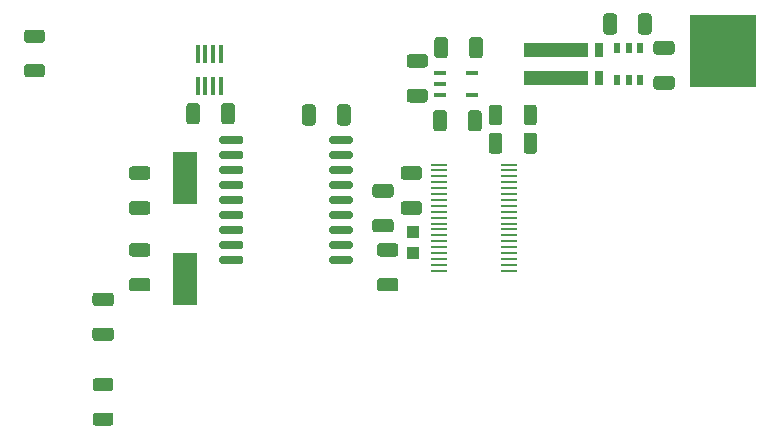
<source format=gbr>
%TF.GenerationSoftware,KiCad,Pcbnew,(5.1.9)-1*%
%TF.CreationDate,2021-05-20T13:27:56+02:00*%
%TF.ProjectId,PEE50-CurrentProtectionTemplate,50454535-302d-4437-9572-72656e745072,rev?*%
%TF.SameCoordinates,Original*%
%TF.FileFunction,Paste,Top*%
%TF.FilePolarity,Positive*%
%FSLAX46Y46*%
G04 Gerber Fmt 4.6, Leading zero omitted, Abs format (unit mm)*
G04 Created by KiCad (PCBNEW (5.1.9)-1) date 2021-05-20 13:27:56*
%MOMM*%
%LPD*%
G01*
G04 APERTURE LIST*
%ADD10R,5.700000X6.200000*%
%ADD11R,1.404099X0.279400*%
%ADD12R,2.000000X4.500000*%
%ADD13R,5.410200X1.193800*%
%ADD14R,0.711200X1.193800*%
%ADD15R,1.100000X1.050000*%
%ADD16R,0.400000X1.560000*%
%ADD17R,0.558000X0.972299*%
%ADD18R,0.977900X0.457200*%
G04 APERTURE END LIST*
D10*
%TO.C,Q1*%
X74700000Y-24783333D03*
%TD*%
D11*
%TO.C,U2*%
X56549948Y-34399999D03*
X56549948Y-34900000D03*
X56549948Y-35399999D03*
X56549948Y-35900001D03*
X56549948Y-36400000D03*
X56549948Y-36899999D03*
X56549948Y-37400000D03*
X56549948Y-37899999D03*
X56549948Y-38399998D03*
X56549948Y-38900000D03*
X56549948Y-39399999D03*
X56549948Y-39900001D03*
X56549948Y-40400000D03*
X56549948Y-40899999D03*
X56549948Y-41400000D03*
X56549948Y-41899999D03*
X56549948Y-42400001D03*
X56549948Y-42900000D03*
X56549948Y-43399999D03*
X50650052Y-43400001D03*
X50650052Y-42900000D03*
X50650052Y-42400001D03*
X50650052Y-41899999D03*
X50650052Y-41400000D03*
X50650052Y-40900001D03*
X50650052Y-40400000D03*
X50650052Y-39900001D03*
X50650052Y-39399999D03*
X50650052Y-38900000D03*
X50650052Y-38400001D03*
X50650052Y-37899999D03*
X50650052Y-37400000D03*
X50650052Y-36899999D03*
X50650052Y-36400000D03*
X50650052Y-35900001D03*
X50650052Y-35399999D03*
X50650052Y-34900000D03*
X50650052Y-34400001D03*
%TD*%
%TO.C,R4*%
G36*
G01*
X54875000Y-30825001D02*
X54875000Y-29574999D01*
G75*
G02*
X55124999Y-29325000I249999J0D01*
G01*
X55750001Y-29325000D01*
G75*
G02*
X56000000Y-29574999I0J-249999D01*
G01*
X56000000Y-30825001D01*
G75*
G02*
X55750001Y-31075000I-249999J0D01*
G01*
X55124999Y-31075000D01*
G75*
G02*
X54875000Y-30825001I0J249999D01*
G01*
G37*
G36*
G01*
X57800000Y-30825001D02*
X57800000Y-29574999D01*
G75*
G02*
X58049999Y-29325000I249999J0D01*
G01*
X58675001Y-29325000D01*
G75*
G02*
X58925000Y-29574999I0J-249999D01*
G01*
X58925000Y-30825001D01*
G75*
G02*
X58675001Y-31075000I-249999J0D01*
G01*
X58049999Y-31075000D01*
G75*
G02*
X57800000Y-30825001I0J249999D01*
G01*
G37*
%TD*%
%TO.C,C14*%
G36*
G01*
X57800000Y-33250001D02*
X57800000Y-31949999D01*
G75*
G02*
X58049999Y-31700000I249999J0D01*
G01*
X58700001Y-31700000D01*
G75*
G02*
X58950000Y-31949999I0J-249999D01*
G01*
X58950000Y-33250001D01*
G75*
G02*
X58700001Y-33500000I-249999J0D01*
G01*
X58049999Y-33500000D01*
G75*
G02*
X57800000Y-33250001I0J249999D01*
G01*
G37*
G36*
G01*
X54850000Y-33250001D02*
X54850000Y-31949999D01*
G75*
G02*
X55099999Y-31700000I249999J0D01*
G01*
X55750001Y-31700000D01*
G75*
G02*
X56000000Y-31949999I0J-249999D01*
G01*
X56000000Y-33250001D01*
G75*
G02*
X55750001Y-33500000I-249999J0D01*
G01*
X55099999Y-33500000D01*
G75*
G02*
X54850000Y-33250001I0J249999D01*
G01*
G37*
%TD*%
D12*
%TO.C,Y2*%
X29100000Y-35550000D03*
X29100000Y-44050000D03*
%TD*%
D13*
%TO.C,R2*%
X60577700Y-27106500D03*
D14*
X64171800Y-27106500D03*
X64171800Y-24693500D03*
D13*
X60577700Y-24693500D03*
%TD*%
D15*
%TO.C,Y1*%
X48400000Y-41925000D03*
X48400000Y-40075000D03*
%TD*%
D16*
%TO.C,U5*%
X30220000Y-25050000D03*
X30870000Y-25050000D03*
X31530000Y-25050000D03*
X32180000Y-25050000D03*
X32180000Y-27750000D03*
X31530000Y-27750000D03*
X30870000Y-27750000D03*
X30220000Y-27750000D03*
%TD*%
%TO.C,U4*%
G36*
G01*
X41325000Y-32470000D02*
X41325000Y-32170000D01*
G75*
G02*
X41475000Y-32020000I150000J0D01*
G01*
X43225000Y-32020000D01*
G75*
G02*
X43375000Y-32170000I0J-150000D01*
G01*
X43375000Y-32470000D01*
G75*
G02*
X43225000Y-32620000I-150000J0D01*
G01*
X41475000Y-32620000D01*
G75*
G02*
X41325000Y-32470000I0J150000D01*
G01*
G37*
G36*
G01*
X41325000Y-33740000D02*
X41325000Y-33440000D01*
G75*
G02*
X41475000Y-33290000I150000J0D01*
G01*
X43225000Y-33290000D01*
G75*
G02*
X43375000Y-33440000I0J-150000D01*
G01*
X43375000Y-33740000D01*
G75*
G02*
X43225000Y-33890000I-150000J0D01*
G01*
X41475000Y-33890000D01*
G75*
G02*
X41325000Y-33740000I0J150000D01*
G01*
G37*
G36*
G01*
X41325000Y-35010000D02*
X41325000Y-34710000D01*
G75*
G02*
X41475000Y-34560000I150000J0D01*
G01*
X43225000Y-34560000D01*
G75*
G02*
X43375000Y-34710000I0J-150000D01*
G01*
X43375000Y-35010000D01*
G75*
G02*
X43225000Y-35160000I-150000J0D01*
G01*
X41475000Y-35160000D01*
G75*
G02*
X41325000Y-35010000I0J150000D01*
G01*
G37*
G36*
G01*
X41325000Y-36280000D02*
X41325000Y-35980000D01*
G75*
G02*
X41475000Y-35830000I150000J0D01*
G01*
X43225000Y-35830000D01*
G75*
G02*
X43375000Y-35980000I0J-150000D01*
G01*
X43375000Y-36280000D01*
G75*
G02*
X43225000Y-36430000I-150000J0D01*
G01*
X41475000Y-36430000D01*
G75*
G02*
X41325000Y-36280000I0J150000D01*
G01*
G37*
G36*
G01*
X41325000Y-37550000D02*
X41325000Y-37250000D01*
G75*
G02*
X41475000Y-37100000I150000J0D01*
G01*
X43225000Y-37100000D01*
G75*
G02*
X43375000Y-37250000I0J-150000D01*
G01*
X43375000Y-37550000D01*
G75*
G02*
X43225000Y-37700000I-150000J0D01*
G01*
X41475000Y-37700000D01*
G75*
G02*
X41325000Y-37550000I0J150000D01*
G01*
G37*
G36*
G01*
X41325000Y-38820000D02*
X41325000Y-38520000D01*
G75*
G02*
X41475000Y-38370000I150000J0D01*
G01*
X43225000Y-38370000D01*
G75*
G02*
X43375000Y-38520000I0J-150000D01*
G01*
X43375000Y-38820000D01*
G75*
G02*
X43225000Y-38970000I-150000J0D01*
G01*
X41475000Y-38970000D01*
G75*
G02*
X41325000Y-38820000I0J150000D01*
G01*
G37*
G36*
G01*
X41325000Y-40090000D02*
X41325000Y-39790000D01*
G75*
G02*
X41475000Y-39640000I150000J0D01*
G01*
X43225000Y-39640000D01*
G75*
G02*
X43375000Y-39790000I0J-150000D01*
G01*
X43375000Y-40090000D01*
G75*
G02*
X43225000Y-40240000I-150000J0D01*
G01*
X41475000Y-40240000D01*
G75*
G02*
X41325000Y-40090000I0J150000D01*
G01*
G37*
G36*
G01*
X41325000Y-41360000D02*
X41325000Y-41060000D01*
G75*
G02*
X41475000Y-40910000I150000J0D01*
G01*
X43225000Y-40910000D01*
G75*
G02*
X43375000Y-41060000I0J-150000D01*
G01*
X43375000Y-41360000D01*
G75*
G02*
X43225000Y-41510000I-150000J0D01*
G01*
X41475000Y-41510000D01*
G75*
G02*
X41325000Y-41360000I0J150000D01*
G01*
G37*
G36*
G01*
X41325000Y-42630000D02*
X41325000Y-42330000D01*
G75*
G02*
X41475000Y-42180000I150000J0D01*
G01*
X43225000Y-42180000D01*
G75*
G02*
X43375000Y-42330000I0J-150000D01*
G01*
X43375000Y-42630000D01*
G75*
G02*
X43225000Y-42780000I-150000J0D01*
G01*
X41475000Y-42780000D01*
G75*
G02*
X41325000Y-42630000I0J150000D01*
G01*
G37*
G36*
G01*
X32025000Y-42630000D02*
X32025000Y-42330000D01*
G75*
G02*
X32175000Y-42180000I150000J0D01*
G01*
X33925000Y-42180000D01*
G75*
G02*
X34075000Y-42330000I0J-150000D01*
G01*
X34075000Y-42630000D01*
G75*
G02*
X33925000Y-42780000I-150000J0D01*
G01*
X32175000Y-42780000D01*
G75*
G02*
X32025000Y-42630000I0J150000D01*
G01*
G37*
G36*
G01*
X32025000Y-41360000D02*
X32025000Y-41060000D01*
G75*
G02*
X32175000Y-40910000I150000J0D01*
G01*
X33925000Y-40910000D01*
G75*
G02*
X34075000Y-41060000I0J-150000D01*
G01*
X34075000Y-41360000D01*
G75*
G02*
X33925000Y-41510000I-150000J0D01*
G01*
X32175000Y-41510000D01*
G75*
G02*
X32025000Y-41360000I0J150000D01*
G01*
G37*
G36*
G01*
X32025000Y-40090000D02*
X32025000Y-39790000D01*
G75*
G02*
X32175000Y-39640000I150000J0D01*
G01*
X33925000Y-39640000D01*
G75*
G02*
X34075000Y-39790000I0J-150000D01*
G01*
X34075000Y-40090000D01*
G75*
G02*
X33925000Y-40240000I-150000J0D01*
G01*
X32175000Y-40240000D01*
G75*
G02*
X32025000Y-40090000I0J150000D01*
G01*
G37*
G36*
G01*
X32025000Y-38820000D02*
X32025000Y-38520000D01*
G75*
G02*
X32175000Y-38370000I150000J0D01*
G01*
X33925000Y-38370000D01*
G75*
G02*
X34075000Y-38520000I0J-150000D01*
G01*
X34075000Y-38820000D01*
G75*
G02*
X33925000Y-38970000I-150000J0D01*
G01*
X32175000Y-38970000D01*
G75*
G02*
X32025000Y-38820000I0J150000D01*
G01*
G37*
G36*
G01*
X32025000Y-37550000D02*
X32025000Y-37250000D01*
G75*
G02*
X32175000Y-37100000I150000J0D01*
G01*
X33925000Y-37100000D01*
G75*
G02*
X34075000Y-37250000I0J-150000D01*
G01*
X34075000Y-37550000D01*
G75*
G02*
X33925000Y-37700000I-150000J0D01*
G01*
X32175000Y-37700000D01*
G75*
G02*
X32025000Y-37550000I0J150000D01*
G01*
G37*
G36*
G01*
X32025000Y-36280000D02*
X32025000Y-35980000D01*
G75*
G02*
X32175000Y-35830000I150000J0D01*
G01*
X33925000Y-35830000D01*
G75*
G02*
X34075000Y-35980000I0J-150000D01*
G01*
X34075000Y-36280000D01*
G75*
G02*
X33925000Y-36430000I-150000J0D01*
G01*
X32175000Y-36430000D01*
G75*
G02*
X32025000Y-36280000I0J150000D01*
G01*
G37*
G36*
G01*
X32025000Y-35010000D02*
X32025000Y-34710000D01*
G75*
G02*
X32175000Y-34560000I150000J0D01*
G01*
X33925000Y-34560000D01*
G75*
G02*
X34075000Y-34710000I0J-150000D01*
G01*
X34075000Y-35010000D01*
G75*
G02*
X33925000Y-35160000I-150000J0D01*
G01*
X32175000Y-35160000D01*
G75*
G02*
X32025000Y-35010000I0J150000D01*
G01*
G37*
G36*
G01*
X32025000Y-33740000D02*
X32025000Y-33440000D01*
G75*
G02*
X32175000Y-33290000I150000J0D01*
G01*
X33925000Y-33290000D01*
G75*
G02*
X34075000Y-33440000I0J-150000D01*
G01*
X34075000Y-33740000D01*
G75*
G02*
X33925000Y-33890000I-150000J0D01*
G01*
X32175000Y-33890000D01*
G75*
G02*
X32025000Y-33740000I0J150000D01*
G01*
G37*
G36*
G01*
X32025000Y-32470000D02*
X32025000Y-32170000D01*
G75*
G02*
X32175000Y-32020000I150000J0D01*
G01*
X33925000Y-32020000D01*
G75*
G02*
X34075000Y-32170000I0J-150000D01*
G01*
X34075000Y-32470000D01*
G75*
G02*
X33925000Y-32620000I-150000J0D01*
G01*
X32175000Y-32620000D01*
G75*
G02*
X32025000Y-32470000I0J150000D01*
G01*
G37*
%TD*%
D17*
%TO.C,U3*%
X67650001Y-27262451D03*
X66700000Y-27262451D03*
X65749999Y-27262451D03*
X65749999Y-24537549D03*
X66700000Y-24537549D03*
X67650001Y-24537549D03*
%TD*%
D18*
%TO.C,U1*%
X53465250Y-26650040D03*
X53465250Y-28549960D03*
X50734750Y-28549960D03*
X50734750Y-27600000D03*
X50734750Y-26650040D03*
%TD*%
%TO.C,R3*%
G36*
G01*
X15774999Y-25900000D02*
X17025001Y-25900000D01*
G75*
G02*
X17275000Y-26149999I0J-249999D01*
G01*
X17275000Y-26775001D01*
G75*
G02*
X17025001Y-27025000I-249999J0D01*
G01*
X15774999Y-27025000D01*
G75*
G02*
X15525000Y-26775001I0J249999D01*
G01*
X15525000Y-26149999D01*
G75*
G02*
X15774999Y-25900000I249999J0D01*
G01*
G37*
G36*
G01*
X15774999Y-22975000D02*
X17025001Y-22975000D01*
G75*
G02*
X17275000Y-23224999I0J-249999D01*
G01*
X17275000Y-23850001D01*
G75*
G02*
X17025001Y-24100000I-249999J0D01*
G01*
X15774999Y-24100000D01*
G75*
G02*
X15525000Y-23850001I0J249999D01*
G01*
X15525000Y-23224999D01*
G75*
G02*
X15774999Y-22975000I249999J0D01*
G01*
G37*
%TD*%
%TO.C,R1*%
G36*
G01*
X21574999Y-55400000D02*
X22825001Y-55400000D01*
G75*
G02*
X23075000Y-55649999I0J-249999D01*
G01*
X23075000Y-56275001D01*
G75*
G02*
X22825001Y-56525000I-249999J0D01*
G01*
X21574999Y-56525000D01*
G75*
G02*
X21325000Y-56275001I0J249999D01*
G01*
X21325000Y-55649999D01*
G75*
G02*
X21574999Y-55400000I249999J0D01*
G01*
G37*
G36*
G01*
X21574999Y-52475000D02*
X22825001Y-52475000D01*
G75*
G02*
X23075000Y-52724999I0J-249999D01*
G01*
X23075000Y-53350001D01*
G75*
G02*
X22825001Y-53600000I-249999J0D01*
G01*
X21574999Y-53600000D01*
G75*
G02*
X21325000Y-53350001I0J249999D01*
G01*
X21325000Y-52724999D01*
G75*
G02*
X21574999Y-52475000I249999J0D01*
G01*
G37*
%TD*%
%TO.C,C13*%
G36*
G01*
X30400000Y-29449999D02*
X30400000Y-30750001D01*
G75*
G02*
X30150001Y-31000000I-249999J0D01*
G01*
X29499999Y-31000000D01*
G75*
G02*
X29250000Y-30750001I0J249999D01*
G01*
X29250000Y-29449999D01*
G75*
G02*
X29499999Y-29200000I249999J0D01*
G01*
X30150001Y-29200000D01*
G75*
G02*
X30400000Y-29449999I0J-249999D01*
G01*
G37*
G36*
G01*
X33350000Y-29449999D02*
X33350000Y-30750001D01*
G75*
G02*
X33100001Y-31000000I-249999J0D01*
G01*
X32449999Y-31000000D01*
G75*
G02*
X32200000Y-30750001I0J249999D01*
G01*
X32200000Y-29449999D01*
G75*
G02*
X32449999Y-29200000I249999J0D01*
G01*
X33100001Y-29200000D01*
G75*
G02*
X33350000Y-29449999I0J-249999D01*
G01*
G37*
%TD*%
%TO.C,C12*%
G36*
G01*
X21549999Y-48200000D02*
X22850001Y-48200000D01*
G75*
G02*
X23100000Y-48449999I0J-249999D01*
G01*
X23100000Y-49100001D01*
G75*
G02*
X22850001Y-49350000I-249999J0D01*
G01*
X21549999Y-49350000D01*
G75*
G02*
X21300000Y-49100001I0J249999D01*
G01*
X21300000Y-48449999D01*
G75*
G02*
X21549999Y-48200000I249999J0D01*
G01*
G37*
G36*
G01*
X21549999Y-45250000D02*
X22850001Y-45250000D01*
G75*
G02*
X23100000Y-45499999I0J-249999D01*
G01*
X23100000Y-46150001D01*
G75*
G02*
X22850001Y-46400000I-249999J0D01*
G01*
X21549999Y-46400000D01*
G75*
G02*
X21300000Y-46150001I0J249999D01*
G01*
X21300000Y-45499999D01*
G75*
G02*
X21549999Y-45250000I249999J0D01*
G01*
G37*
%TD*%
%TO.C,C11*%
G36*
G01*
X42000000Y-30850001D02*
X42000000Y-29549999D01*
G75*
G02*
X42249999Y-29300000I249999J0D01*
G01*
X42900001Y-29300000D01*
G75*
G02*
X43150000Y-29549999I0J-249999D01*
G01*
X43150000Y-30850001D01*
G75*
G02*
X42900001Y-31100000I-249999J0D01*
G01*
X42249999Y-31100000D01*
G75*
G02*
X42000000Y-30850001I0J249999D01*
G01*
G37*
G36*
G01*
X39050000Y-30850001D02*
X39050000Y-29549999D01*
G75*
G02*
X39299999Y-29300000I249999J0D01*
G01*
X39950001Y-29300000D01*
G75*
G02*
X40200000Y-29549999I0J-249999D01*
G01*
X40200000Y-30850001D01*
G75*
G02*
X39950001Y-31100000I-249999J0D01*
G01*
X39299999Y-31100000D01*
G75*
G02*
X39050000Y-30850001I0J249999D01*
G01*
G37*
%TD*%
%TO.C,C9*%
G36*
G01*
X25950001Y-35700000D02*
X24649999Y-35700000D01*
G75*
G02*
X24400000Y-35450001I0J249999D01*
G01*
X24400000Y-34799999D01*
G75*
G02*
X24649999Y-34550000I249999J0D01*
G01*
X25950001Y-34550000D01*
G75*
G02*
X26200000Y-34799999I0J-249999D01*
G01*
X26200000Y-35450001D01*
G75*
G02*
X25950001Y-35700000I-249999J0D01*
G01*
G37*
G36*
G01*
X25950001Y-38650000D02*
X24649999Y-38650000D01*
G75*
G02*
X24400000Y-38400001I0J249999D01*
G01*
X24400000Y-37749999D01*
G75*
G02*
X24649999Y-37500000I249999J0D01*
G01*
X25950001Y-37500000D01*
G75*
G02*
X26200000Y-37749999I0J-249999D01*
G01*
X26200000Y-38400001D01*
G75*
G02*
X25950001Y-38650000I-249999J0D01*
G01*
G37*
%TD*%
%TO.C,C10*%
G36*
G01*
X70350001Y-25100000D02*
X69049999Y-25100000D01*
G75*
G02*
X68800000Y-24850001I0J249999D01*
G01*
X68800000Y-24199999D01*
G75*
G02*
X69049999Y-23950000I249999J0D01*
G01*
X70350001Y-23950000D01*
G75*
G02*
X70600000Y-24199999I0J-249999D01*
G01*
X70600000Y-24850001D01*
G75*
G02*
X70350001Y-25100000I-249999J0D01*
G01*
G37*
G36*
G01*
X70350001Y-28050000D02*
X69049999Y-28050000D01*
G75*
G02*
X68800000Y-27800001I0J249999D01*
G01*
X68800000Y-27149999D01*
G75*
G02*
X69049999Y-26900000I249999J0D01*
G01*
X70350001Y-26900000D01*
G75*
G02*
X70600000Y-27149999I0J-249999D01*
G01*
X70600000Y-27800001D01*
G75*
G02*
X70350001Y-28050000I-249999J0D01*
G01*
G37*
%TD*%
%TO.C,C7*%
G36*
G01*
X25950001Y-42200000D02*
X24649999Y-42200000D01*
G75*
G02*
X24400000Y-41950001I0J249999D01*
G01*
X24400000Y-41299999D01*
G75*
G02*
X24649999Y-41050000I249999J0D01*
G01*
X25950001Y-41050000D01*
G75*
G02*
X26200000Y-41299999I0J-249999D01*
G01*
X26200000Y-41950001D01*
G75*
G02*
X25950001Y-42200000I-249999J0D01*
G01*
G37*
G36*
G01*
X25950001Y-45150000D02*
X24649999Y-45150000D01*
G75*
G02*
X24400000Y-44900001I0J249999D01*
G01*
X24400000Y-44249999D01*
G75*
G02*
X24649999Y-44000000I249999J0D01*
G01*
X25950001Y-44000000D01*
G75*
G02*
X26200000Y-44249999I0J-249999D01*
G01*
X26200000Y-44900001D01*
G75*
G02*
X25950001Y-45150000I-249999J0D01*
G01*
G37*
%TD*%
%TO.C,C8*%
G36*
G01*
X65700000Y-21849999D02*
X65700000Y-23150001D01*
G75*
G02*
X65450001Y-23400000I-249999J0D01*
G01*
X64799999Y-23400000D01*
G75*
G02*
X64550000Y-23150001I0J249999D01*
G01*
X64550000Y-21849999D01*
G75*
G02*
X64799999Y-21600000I249999J0D01*
G01*
X65450001Y-21600000D01*
G75*
G02*
X65700000Y-21849999I0J-249999D01*
G01*
G37*
G36*
G01*
X68650000Y-21849999D02*
X68650000Y-23150001D01*
G75*
G02*
X68400001Y-23400000I-249999J0D01*
G01*
X67749999Y-23400000D01*
G75*
G02*
X67500000Y-23150001I0J249999D01*
G01*
X67500000Y-21849999D01*
G75*
G02*
X67749999Y-21600000I249999J0D01*
G01*
X68400001Y-21600000D01*
G75*
G02*
X68650000Y-21849999I0J-249999D01*
G01*
G37*
%TD*%
%TO.C,C6*%
G36*
G01*
X46550001Y-37200000D02*
X45249999Y-37200000D01*
G75*
G02*
X45000000Y-36950001I0J249999D01*
G01*
X45000000Y-36299999D01*
G75*
G02*
X45249999Y-36050000I249999J0D01*
G01*
X46550001Y-36050000D01*
G75*
G02*
X46800000Y-36299999I0J-249999D01*
G01*
X46800000Y-36950001D01*
G75*
G02*
X46550001Y-37200000I-249999J0D01*
G01*
G37*
G36*
G01*
X46550001Y-40150000D02*
X45249999Y-40150000D01*
G75*
G02*
X45000000Y-39900001I0J249999D01*
G01*
X45000000Y-39249999D01*
G75*
G02*
X45249999Y-39000000I249999J0D01*
G01*
X46550001Y-39000000D01*
G75*
G02*
X46800000Y-39249999I0J-249999D01*
G01*
X46800000Y-39900001D01*
G75*
G02*
X46550001Y-40150000I-249999J0D01*
G01*
G37*
%TD*%
%TO.C,C5*%
G36*
G01*
X45649999Y-44000000D02*
X46950001Y-44000000D01*
G75*
G02*
X47200000Y-44249999I0J-249999D01*
G01*
X47200000Y-44900001D01*
G75*
G02*
X46950001Y-45150000I-249999J0D01*
G01*
X45649999Y-45150000D01*
G75*
G02*
X45400000Y-44900001I0J249999D01*
G01*
X45400000Y-44249999D01*
G75*
G02*
X45649999Y-44000000I249999J0D01*
G01*
G37*
G36*
G01*
X45649999Y-41050000D02*
X46950001Y-41050000D01*
G75*
G02*
X47200000Y-41299999I0J-249999D01*
G01*
X47200000Y-41950001D01*
G75*
G02*
X46950001Y-42200000I-249999J0D01*
G01*
X45649999Y-42200000D01*
G75*
G02*
X45400000Y-41950001I0J249999D01*
G01*
X45400000Y-41299999D01*
G75*
G02*
X45649999Y-41050000I249999J0D01*
G01*
G37*
%TD*%
%TO.C,C4*%
G36*
G01*
X53200000Y-25150001D02*
X53200000Y-23849999D01*
G75*
G02*
X53449999Y-23600000I249999J0D01*
G01*
X54100001Y-23600000D01*
G75*
G02*
X54350000Y-23849999I0J-249999D01*
G01*
X54350000Y-25150001D01*
G75*
G02*
X54100001Y-25400000I-249999J0D01*
G01*
X53449999Y-25400000D01*
G75*
G02*
X53200000Y-25150001I0J249999D01*
G01*
G37*
G36*
G01*
X50250000Y-25150001D02*
X50250000Y-23849999D01*
G75*
G02*
X50499999Y-23600000I249999J0D01*
G01*
X51150001Y-23600000D01*
G75*
G02*
X51400000Y-23849999I0J-249999D01*
G01*
X51400000Y-25150001D01*
G75*
G02*
X51150001Y-25400000I-249999J0D01*
G01*
X50499999Y-25400000D01*
G75*
G02*
X50250000Y-25150001I0J249999D01*
G01*
G37*
%TD*%
%TO.C,C3*%
G36*
G01*
X51300000Y-30049999D02*
X51300000Y-31350001D01*
G75*
G02*
X51050001Y-31600000I-249999J0D01*
G01*
X50399999Y-31600000D01*
G75*
G02*
X50150000Y-31350001I0J249999D01*
G01*
X50150000Y-30049999D01*
G75*
G02*
X50399999Y-29800000I249999J0D01*
G01*
X51050001Y-29800000D01*
G75*
G02*
X51300000Y-30049999I0J-249999D01*
G01*
G37*
G36*
G01*
X54250000Y-30049999D02*
X54250000Y-31350001D01*
G75*
G02*
X54000001Y-31600000I-249999J0D01*
G01*
X53349999Y-31600000D01*
G75*
G02*
X53100000Y-31350001I0J249999D01*
G01*
X53100000Y-30049999D01*
G75*
G02*
X53349999Y-29800000I249999J0D01*
G01*
X54000001Y-29800000D01*
G75*
G02*
X54250000Y-30049999I0J-249999D01*
G01*
G37*
%TD*%
%TO.C,C1*%
G36*
G01*
X48950001Y-35700000D02*
X47649999Y-35700000D01*
G75*
G02*
X47400000Y-35450001I0J249999D01*
G01*
X47400000Y-34799999D01*
G75*
G02*
X47649999Y-34550000I249999J0D01*
G01*
X48950001Y-34550000D01*
G75*
G02*
X49200000Y-34799999I0J-249999D01*
G01*
X49200000Y-35450001D01*
G75*
G02*
X48950001Y-35700000I-249999J0D01*
G01*
G37*
G36*
G01*
X48950001Y-38650000D02*
X47649999Y-38650000D01*
G75*
G02*
X47400000Y-38400001I0J249999D01*
G01*
X47400000Y-37749999D01*
G75*
G02*
X47649999Y-37500000I249999J0D01*
G01*
X48950001Y-37500000D01*
G75*
G02*
X49200000Y-37749999I0J-249999D01*
G01*
X49200000Y-38400001D01*
G75*
G02*
X48950001Y-38650000I-249999J0D01*
G01*
G37*
%TD*%
%TO.C,C2*%
G36*
G01*
X49450001Y-26200000D02*
X48149999Y-26200000D01*
G75*
G02*
X47900000Y-25950001I0J249999D01*
G01*
X47900000Y-25299999D01*
G75*
G02*
X48149999Y-25050000I249999J0D01*
G01*
X49450001Y-25050000D01*
G75*
G02*
X49700000Y-25299999I0J-249999D01*
G01*
X49700000Y-25950001D01*
G75*
G02*
X49450001Y-26200000I-249999J0D01*
G01*
G37*
G36*
G01*
X49450001Y-29150000D02*
X48149999Y-29150000D01*
G75*
G02*
X47900000Y-28900001I0J249999D01*
G01*
X47900000Y-28249999D01*
G75*
G02*
X48149999Y-28000000I249999J0D01*
G01*
X49450001Y-28000000D01*
G75*
G02*
X49700000Y-28249999I0J-249999D01*
G01*
X49700000Y-28900001D01*
G75*
G02*
X49450001Y-29150000I-249999J0D01*
G01*
G37*
%TD*%
M02*

</source>
